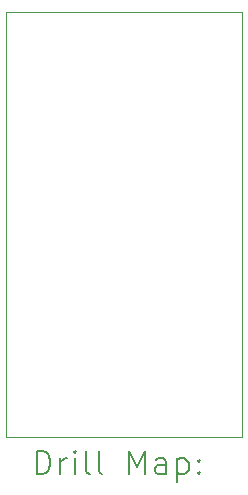
<source format=gbr>
%TF.GenerationSoftware,KiCad,Pcbnew,8.0.4*%
%TF.CreationDate,2024-08-04T23:07:36+09:00*%
%TF.ProjectId,sdvx-encoder-holder,73647678-2d65-46e6-936f-6465722d686f,rev?*%
%TF.SameCoordinates,Original*%
%TF.FileFunction,Drillmap*%
%TF.FilePolarity,Positive*%
%FSLAX45Y45*%
G04 Gerber Fmt 4.5, Leading zero omitted, Abs format (unit mm)*
G04 Created by KiCad (PCBNEW 8.0.4) date 2024-08-04 23:07:36*
%MOMM*%
%LPD*%
G01*
G04 APERTURE LIST*
%ADD10C,0.050000*%
%ADD11C,0.200000*%
G04 APERTURE END LIST*
D10*
X11800000Y-7700000D02*
X13800000Y-7700000D01*
X13800000Y-11300000D01*
X11800000Y-11300000D01*
X11800000Y-7700000D01*
D11*
X12058277Y-11613984D02*
X12058277Y-11413984D01*
X12058277Y-11413984D02*
X12105896Y-11413984D01*
X12105896Y-11413984D02*
X12134467Y-11423508D01*
X12134467Y-11423508D02*
X12153515Y-11442555D01*
X12153515Y-11442555D02*
X12163039Y-11461603D01*
X12163039Y-11461603D02*
X12172562Y-11499698D01*
X12172562Y-11499698D02*
X12172562Y-11528269D01*
X12172562Y-11528269D02*
X12163039Y-11566365D01*
X12163039Y-11566365D02*
X12153515Y-11585412D01*
X12153515Y-11585412D02*
X12134467Y-11604460D01*
X12134467Y-11604460D02*
X12105896Y-11613984D01*
X12105896Y-11613984D02*
X12058277Y-11613984D01*
X12258277Y-11613984D02*
X12258277Y-11480650D01*
X12258277Y-11518746D02*
X12267801Y-11499698D01*
X12267801Y-11499698D02*
X12277324Y-11490174D01*
X12277324Y-11490174D02*
X12296372Y-11480650D01*
X12296372Y-11480650D02*
X12315420Y-11480650D01*
X12382086Y-11613984D02*
X12382086Y-11480650D01*
X12382086Y-11413984D02*
X12372562Y-11423508D01*
X12372562Y-11423508D02*
X12382086Y-11433031D01*
X12382086Y-11433031D02*
X12391610Y-11423508D01*
X12391610Y-11423508D02*
X12382086Y-11413984D01*
X12382086Y-11413984D02*
X12382086Y-11433031D01*
X12505896Y-11613984D02*
X12486848Y-11604460D01*
X12486848Y-11604460D02*
X12477324Y-11585412D01*
X12477324Y-11585412D02*
X12477324Y-11413984D01*
X12610658Y-11613984D02*
X12591610Y-11604460D01*
X12591610Y-11604460D02*
X12582086Y-11585412D01*
X12582086Y-11585412D02*
X12582086Y-11413984D01*
X12839229Y-11613984D02*
X12839229Y-11413984D01*
X12839229Y-11413984D02*
X12905896Y-11556841D01*
X12905896Y-11556841D02*
X12972562Y-11413984D01*
X12972562Y-11413984D02*
X12972562Y-11613984D01*
X13153515Y-11613984D02*
X13153515Y-11509222D01*
X13153515Y-11509222D02*
X13143991Y-11490174D01*
X13143991Y-11490174D02*
X13124943Y-11480650D01*
X13124943Y-11480650D02*
X13086848Y-11480650D01*
X13086848Y-11480650D02*
X13067801Y-11490174D01*
X13153515Y-11604460D02*
X13134467Y-11613984D01*
X13134467Y-11613984D02*
X13086848Y-11613984D01*
X13086848Y-11613984D02*
X13067801Y-11604460D01*
X13067801Y-11604460D02*
X13058277Y-11585412D01*
X13058277Y-11585412D02*
X13058277Y-11566365D01*
X13058277Y-11566365D02*
X13067801Y-11547317D01*
X13067801Y-11547317D02*
X13086848Y-11537793D01*
X13086848Y-11537793D02*
X13134467Y-11537793D01*
X13134467Y-11537793D02*
X13153515Y-11528269D01*
X13248753Y-11480650D02*
X13248753Y-11680650D01*
X13248753Y-11490174D02*
X13267801Y-11480650D01*
X13267801Y-11480650D02*
X13305896Y-11480650D01*
X13305896Y-11480650D02*
X13324943Y-11490174D01*
X13324943Y-11490174D02*
X13334467Y-11499698D01*
X13334467Y-11499698D02*
X13343991Y-11518746D01*
X13343991Y-11518746D02*
X13343991Y-11575888D01*
X13343991Y-11575888D02*
X13334467Y-11594936D01*
X13334467Y-11594936D02*
X13324943Y-11604460D01*
X13324943Y-11604460D02*
X13305896Y-11613984D01*
X13305896Y-11613984D02*
X13267801Y-11613984D01*
X13267801Y-11613984D02*
X13248753Y-11604460D01*
X13429705Y-11594936D02*
X13439229Y-11604460D01*
X13439229Y-11604460D02*
X13429705Y-11613984D01*
X13429705Y-11613984D02*
X13420182Y-11604460D01*
X13420182Y-11604460D02*
X13429705Y-11594936D01*
X13429705Y-11594936D02*
X13429705Y-11613984D01*
X13429705Y-11490174D02*
X13439229Y-11499698D01*
X13439229Y-11499698D02*
X13429705Y-11509222D01*
X13429705Y-11509222D02*
X13420182Y-11499698D01*
X13420182Y-11499698D02*
X13429705Y-11490174D01*
X13429705Y-11490174D02*
X13429705Y-11509222D01*
M02*

</source>
